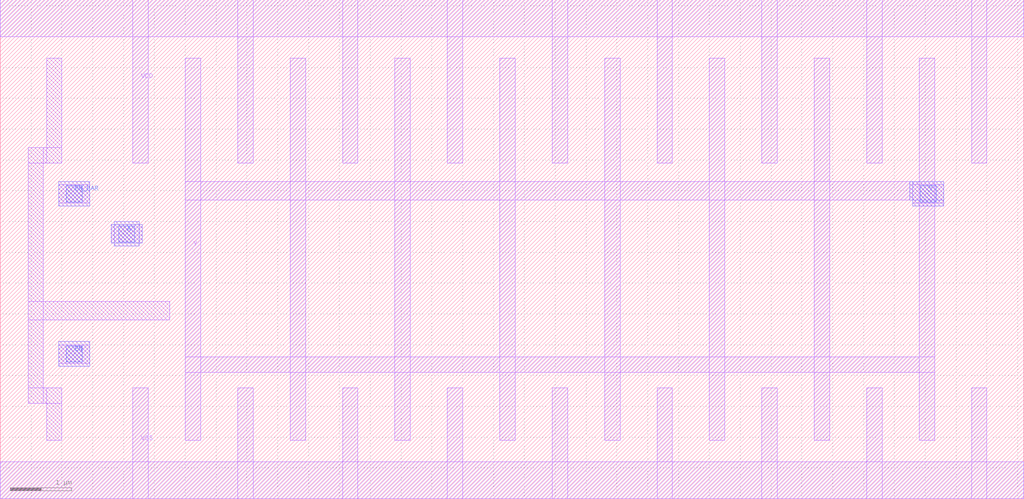
<source format=lef>
# Copyright 2022 Google LLC
# Licensed under the Apache License, Version 2.0 (the "License");
# you may not use this file except in compliance with the License.
# You may obtain a copy of the License at
#
#      http://www.apache.org/licenses/LICENSE-2.0
#
# Unless required by applicable law or agreed to in writing, software
# distributed under the License is distributed on an "AS IS" BASIS,
# WITHOUT WARRANTIES OR CONDITIONS OF ANY KIND, either express or implied.
# See the License for the specific language governing permissions and
# limitations under the License.
VERSION 5.7 ;
BUSBITCHARS "[]" ;
DIVIDERCHAR "/" ;

MACRO gf180mcu_osu_sc_12T_tbuf_16
  CLASS CORE ;
  ORIGIN 0 0 ;
  FOREIGN gf180mcu_osu_sc_12T_tbuf_16 0 0 ;
  SIZE 16.6 BY 8.1 ;
  SYMMETRY X Y ;
  SITE GF180_3p3_12t ;
  PIN VDD
    DIRECTION INOUT ;
    USE POWER ;
    SHAPE ABUTMENT ;
    PORT
      LAYER MET1 ;
        RECT 0 7.5 16.6 8.1 ;
        RECT 15.75 5.45 16 8.1 ;
        RECT 14.05 5.45 14.3 8.1 ;
        RECT 12.35 5.45 12.6 8.1 ;
        RECT 10.65 5.45 10.9 8.1 ;
        RECT 8.95 5.45 9.2 8.1 ;
        RECT 7.25 5.45 7.5 8.1 ;
        RECT 5.55 5.45 5.8 8.1 ;
        RECT 3.85 5.45 4.1 8.1 ;
        RECT 2.15 5.45 2.4 8.1 ;
    END
  END VDD
  PIN VSS
    DIRECTION INOUT ;
    USE GROUND ;
    PORT
      LAYER MET1 ;
        RECT 0 0 16.6 0.6 ;
        RECT 15.75 0 16 1.8 ;
        RECT 14.05 0 14.3 1.8 ;
        RECT 12.35 0 12.6 1.8 ;
        RECT 10.65 0 10.9 1.8 ;
        RECT 8.95 0 9.2 1.8 ;
        RECT 7.25 0 7.5 1.8 ;
        RECT 5.55 0 5.8 1.8 ;
        RECT 3.85 0 4.1 1.8 ;
        RECT 2.15 0 2.4 1.8 ;
    END
  END VSS
  PIN A
    DIRECTION INPUT ;
    USE SIGNAL ;
    PORT
      LAYER MET1 ;
        RECT 1.8 4.15 2.3 4.45 ;
      LAYER MET2 ;
        RECT 1.8 4.15 2.3 4.45 ;
        RECT 1.85 4.1 2.25 4.5 ;
      LAYER VIA12 ;
        RECT 1.92 4.17 2.18 4.43 ;
    END
  END A
  PIN EN
    DIRECTION INPUT ;
    USE SIGNAL ;
    PORT
      LAYER MET1 ;
        RECT 0.95 2.2 1.45 2.5 ;
      LAYER MET2 ;
        RECT 0.95 2.15 1.45 2.55 ;
      LAYER VIA12 ;
        RECT 1.07 2.22 1.33 2.48 ;
    END
  END EN
  PIN EN_BAR
    DIRECTION INPUT ;
    USE SIGNAL ;
    PORT
      LAYER MET1 ;
        RECT 0.95 4.8 1.45 5.1 ;
      LAYER MET2 ;
        RECT 0.95 4.75 1.45 5.15 ;
      LAYER VIA12 ;
        RECT 1.07 4.82 1.33 5.08 ;
    END
  END EN_BAR
  PIN Y
    DIRECTION OUTPUT ;
    USE SIGNAL ;
    PORT
      LAYER MET1 ;
        RECT 14.8 4.8 15.3 5.1 ;
        RECT 14.9 0.95 15.15 7.15 ;
        RECT 3 4.85 15.15 5.15 ;
        RECT 3 2.05 15.15 2.3 ;
        RECT 13.2 0.95 13.45 7.15 ;
        RECT 11.5 0.95 11.75 7.15 ;
        RECT 9.8 0.95 10.05 7.15 ;
        RECT 8.1 0.95 8.35 7.15 ;
        RECT 6.4 0.95 6.65 7.15 ;
        RECT 4.7 0.95 4.95 7.15 ;
        RECT 3 0.95 3.25 7.15 ;
      LAYER MET2 ;
        RECT 14.75 4.85 15.3 5.15 ;
        RECT 14.8 4.75 15.3 5.15 ;
      LAYER VIA12 ;
        RECT 14.92 4.82 15.18 5.08 ;
    END
  END Y
  OBS
    LAYER MET1 ;
      RECT 0.75 5.45 1 7.15 ;
      RECT 0.45 5.45 1 5.7 ;
      RECT 0.45 1.55 0.7 5.7 ;
      RECT 0.45 2.9 2.75 3.2 ;
      RECT 0.45 1.55 1 1.8 ;
      RECT 0.75 0.95 1 1.8 ;
  END
END gf180mcu_osu_sc_12T_tbuf_16

</source>
